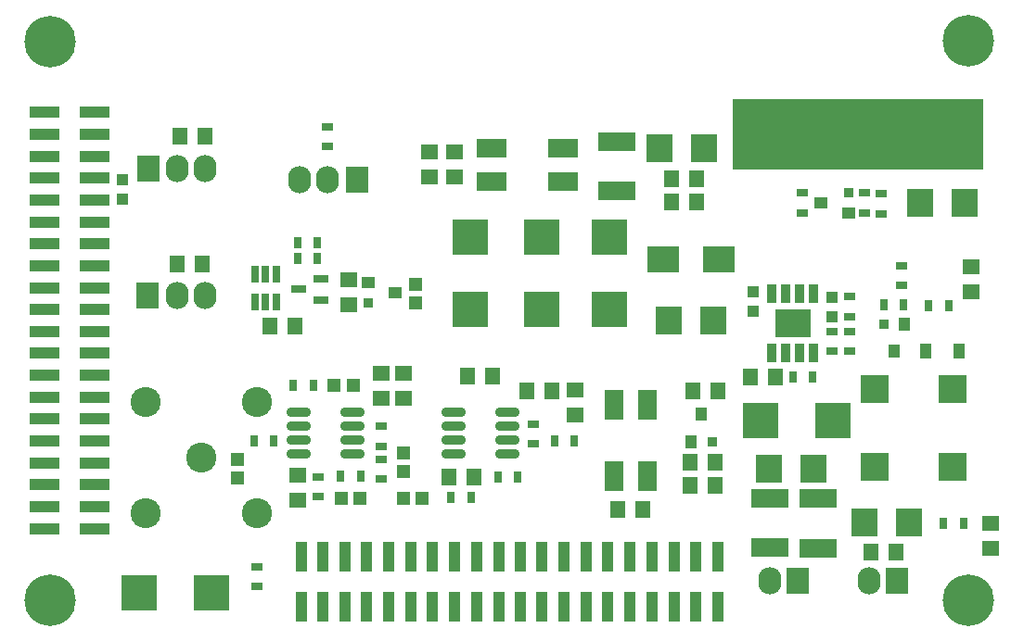
<source format=gts>
G04*
G04 #@! TF.GenerationSoftware,Altium Limited,Altium Designer,20.2.7 (254)*
G04*
G04 Layer_Color=8388736*
%FSLAX25Y25*%
%MOIN*%
G70*
G04*
G04 #@! TF.SameCoordinates,2A94134D-DB51-4003-A73D-B3C5D03A2459*
G04*
G04*
G04 #@! TF.FilePolarity,Negative*
G04*
G01*
G75*
%ADD21R,0.10642X0.06706*%
%ADD22R,0.04343X0.03162*%
%ADD23R,0.03359X0.06804*%
%ADD24R,0.13005X0.10249*%
%ADD25R,0.03162X0.04343*%
%ADD26R,0.12611X0.12611*%
%ADD27R,0.05800X0.06300*%
%ADD28R,0.03950X0.04343*%
%ADD29R,0.04343X0.04540*%
%ADD30R,0.03543X0.03740*%
%ADD31R,0.04343X0.05524*%
%ADD32R,0.04343X0.05524*%
%ADD33R,0.05721X0.03162*%
%ADD34R,0.10642X0.04147*%
%ADD35R,0.04147X0.10642*%
%ADD36R,0.09855X0.09855*%
%ADD37R,0.12611X0.12611*%
%ADD38R,0.09800X0.09855*%
%ADD39R,0.11430X0.09461*%
%ADD40R,0.13792X0.06706*%
%ADD41R,0.06300X0.05800*%
%ADD42R,0.05118X0.04724*%
%ADD43R,0.03162X0.06312*%
%ADD44R,0.04724X0.05118*%
%ADD45R,0.04540X0.04343*%
%ADD46R,0.03740X0.03543*%
%ADD47R,0.06706X0.10642*%
G04:AMPARAMS|DCode=48|XSize=85.17mil|YSize=30.44mil|CornerRadius=9.5mil|HoleSize=0mil|Usage=FLASHONLY|Rotation=0.000|XOffset=0mil|YOffset=0mil|HoleType=Round|Shape=RoundedRectangle|*
%AMROUNDEDRECTD48*
21,1,0.08517,0.01145,0,0,0.0*
21,1,0.06617,0.03044,0,0,0.0*
1,1,0.01900,0.03309,-0.00572*
1,1,0.01900,-0.03309,-0.00572*
1,1,0.01900,-0.03309,0.00572*
1,1,0.01900,0.03309,0.00572*
%
%ADD48ROUNDEDRECTD48*%
%ADD49C,0.18517*%
%ADD50O,0.08300X0.09800*%
%ADD51R,0.08300X0.09800*%
%ADD52C,0.10839*%
G36*
X464055Y382284D02*
Y356890D01*
X554252D01*
Y382323D01*
X464055Y382284D01*
D02*
G37*
D21*
X402992Y352677D02*
D03*
X402992Y364488D02*
D03*
X377402D02*
D03*
Y352677D02*
D03*
D22*
X293110Y214078D02*
D03*
X293110Y206929D02*
D03*
X489292Y341272D02*
D03*
X489291Y348422D02*
D03*
X524921Y322350D02*
D03*
X524921Y315200D02*
D03*
X499898Y291419D02*
D03*
X499897Y298568D02*
D03*
X337953Y257414D02*
D03*
X337953Y264563D02*
D03*
X506236Y298647D02*
D03*
X506237Y291498D02*
D03*
X506275Y311206D02*
D03*
X506276Y304057D02*
D03*
X517480Y348216D02*
D03*
X517480Y341067D02*
D03*
X511535Y348491D02*
D03*
X511535Y341342D02*
D03*
X392441Y258123D02*
D03*
X392441Y265272D02*
D03*
X337953Y245524D02*
D03*
X337953Y252674D02*
D03*
X315039Y246335D02*
D03*
X315040Y239186D02*
D03*
X318386Y365249D02*
D03*
X318386Y372398D02*
D03*
D23*
X478146Y290769D02*
D03*
X483146Y290769D02*
D03*
X488145D02*
D03*
X493146Y290769D02*
D03*
X493146Y312123D02*
D03*
X488145D02*
D03*
X483146D02*
D03*
X478146D02*
D03*
D24*
X485645Y301446D02*
D03*
D25*
X492956Y282313D02*
D03*
X485807Y282312D02*
D03*
X525460Y308189D02*
D03*
X518311Y308189D02*
D03*
X323241Y246496D02*
D03*
X330390Y246496D02*
D03*
X369996Y239016D02*
D03*
X362847Y239015D02*
D03*
X307808Y324842D02*
D03*
X314957Y324843D02*
D03*
X307808Y330669D02*
D03*
X314957Y330669D02*
D03*
X534540Y308070D02*
D03*
X541689Y308071D02*
D03*
X539855Y229724D02*
D03*
X547004Y229724D02*
D03*
X407232Y259410D02*
D03*
X400082Y259409D02*
D03*
X386877Y246300D02*
D03*
X379728Y246299D02*
D03*
X299209Y259409D02*
D03*
X292060Y259409D02*
D03*
X313425Y279370D02*
D03*
X306276Y279370D02*
D03*
D26*
X419735Y306590D02*
D03*
Y332575D02*
D03*
X395315Y332638D02*
D03*
Y306653D02*
D03*
X369921Y306653D02*
D03*
Y332638D02*
D03*
D27*
X441996Y345236D02*
D03*
X450996D02*
D03*
X479464Y282312D02*
D03*
X470464D02*
D03*
X513954Y219394D02*
D03*
X522954D02*
D03*
X297783Y300433D02*
D03*
X306784D02*
D03*
X442063Y353622D02*
D03*
X451063D02*
D03*
X448728Y251535D02*
D03*
X457728Y251535D02*
D03*
X448807Y243386D02*
D03*
X457807Y243386D02*
D03*
X431665Y234528D02*
D03*
X422665D02*
D03*
X399264Y277305D02*
D03*
X390264D02*
D03*
X368886Y282559D02*
D03*
X377886D02*
D03*
X362075Y246181D02*
D03*
X371075D02*
D03*
X273386Y322874D02*
D03*
X264386Y322874D02*
D03*
X265449Y368779D02*
D03*
X274449Y368779D02*
D03*
X458949Y277087D02*
D03*
X449949D02*
D03*
D28*
X499858Y311013D02*
D03*
X499858Y303926D02*
D03*
X471315Y305934D02*
D03*
Y313021D02*
D03*
X244803Y346299D02*
D03*
Y353386D02*
D03*
D29*
X525787Y301339D02*
D03*
X522047Y291496D02*
D03*
X449173Y258937D02*
D03*
X452913Y268779D02*
D03*
D30*
X518307Y301339D02*
D03*
X456653Y258937D02*
D03*
D31*
X545449Y291693D02*
D03*
D32*
X533449D02*
D03*
D33*
X316260Y310039D02*
D03*
Y317520D02*
D03*
X307992Y313779D02*
D03*
D34*
X216772Y377441D02*
D03*
X216772Y369567D02*
D03*
X216772Y361693D02*
D03*
Y353819D02*
D03*
X216772Y345945D02*
D03*
Y338071D02*
D03*
X216772Y330197D02*
D03*
X216772Y322323D02*
D03*
X216772Y314292D02*
D03*
X216772Y306418D02*
D03*
X216772Y298701D02*
D03*
Y290827D02*
D03*
X216772Y282796D02*
D03*
X216772Y274922D02*
D03*
X216772Y267205D02*
D03*
Y259331D02*
D03*
Y251300D02*
D03*
X216772Y243426D02*
D03*
Y235551D02*
D03*
X216772Y227677D02*
D03*
X234764D02*
D03*
X234764Y235551D02*
D03*
Y243426D02*
D03*
X234764Y251300D02*
D03*
Y259331D02*
D03*
Y267205D02*
D03*
X234764Y274922D02*
D03*
X234764Y282796D02*
D03*
X234764Y290827D02*
D03*
Y298701D02*
D03*
X234764Y306418D02*
D03*
X234764Y314292D02*
D03*
X234764Y322323D02*
D03*
X234764Y330197D02*
D03*
X234764Y338071D02*
D03*
Y345945D02*
D03*
X234764Y353819D02*
D03*
Y361693D02*
D03*
X234764Y369567D02*
D03*
X234764Y377441D02*
D03*
D35*
X308969Y199717D02*
D03*
X316843Y199717D02*
D03*
X324717D02*
D03*
X332591D02*
D03*
X340465D02*
D03*
X348339Y199717D02*
D03*
X356213D02*
D03*
X364087Y199717D02*
D03*
X372118D02*
D03*
X379992D02*
D03*
X387709D02*
D03*
X395583D02*
D03*
X403614D02*
D03*
X411488Y199717D02*
D03*
X419205D02*
D03*
X427079Y199717D02*
D03*
X435110D02*
D03*
X442984D02*
D03*
X450859D02*
D03*
X458733Y199717D02*
D03*
Y217709D02*
D03*
X450859Y217709D02*
D03*
X442984D02*
D03*
X435110D02*
D03*
X427079D02*
D03*
X419205Y217709D02*
D03*
X411488D02*
D03*
X403614Y217709D02*
D03*
X395583D02*
D03*
X387709D02*
D03*
X379992D02*
D03*
X372118D02*
D03*
X364087D02*
D03*
X356213Y217709D02*
D03*
X348339D02*
D03*
X340465Y217709D02*
D03*
X332591D02*
D03*
X324717D02*
D03*
X316843D02*
D03*
X308969Y217709D02*
D03*
D36*
X515158Y249803D02*
D03*
Y277756D02*
D03*
X543110D02*
D03*
Y249803D02*
D03*
D37*
X500015Y266603D02*
D03*
X474031D02*
D03*
X250787Y204724D02*
D03*
X276772D02*
D03*
D38*
X440987Y302732D02*
D03*
X456987D02*
D03*
X477236Y249213D02*
D03*
X493236D02*
D03*
X511399Y229827D02*
D03*
X527399D02*
D03*
X453905Y364488D02*
D03*
X437906D02*
D03*
X547409Y344803D02*
D03*
X531410D02*
D03*
D39*
X439184Y324583D02*
D03*
X459263Y324583D02*
D03*
D40*
X477312Y238708D02*
D03*
X477312Y220851D02*
D03*
X494753Y220631D02*
D03*
X494753Y238488D02*
D03*
X422520Y349134D02*
D03*
X422520Y366991D02*
D03*
D41*
X364094Y354122D02*
D03*
X364094Y363122D02*
D03*
X326063Y317335D02*
D03*
Y308335D02*
D03*
X549803Y321772D02*
D03*
Y312772D02*
D03*
X556890Y220630D02*
D03*
Y229630D02*
D03*
X407480Y268583D02*
D03*
X407480Y277583D02*
D03*
X307913Y238020D02*
D03*
Y247020D02*
D03*
X345748Y274476D02*
D03*
Y283476D02*
D03*
X337677Y274555D02*
D03*
Y283555D02*
D03*
X355197Y363083D02*
D03*
Y354083D02*
D03*
D42*
X345630Y238701D02*
D03*
X352323D02*
D03*
X330039Y238701D02*
D03*
X323346D02*
D03*
X320945Y279370D02*
D03*
X327638D02*
D03*
D43*
X292520Y309291D02*
D03*
X296260Y309291D02*
D03*
X300000D02*
D03*
X300000Y319134D02*
D03*
X296260Y319134D02*
D03*
X292520Y319134D02*
D03*
D44*
X350236Y315669D02*
D03*
Y308976D02*
D03*
X345709Y254961D02*
D03*
Y248268D02*
D03*
X286024Y252638D02*
D03*
Y245945D02*
D03*
D45*
X332992Y316378D02*
D03*
X342835Y312638D02*
D03*
X505709Y341260D02*
D03*
X495866Y345000D02*
D03*
D46*
X332992Y308898D02*
D03*
X505709Y348740D02*
D03*
D47*
X421535Y272284D02*
D03*
X433347Y272284D02*
D03*
Y246693D02*
D03*
X421535D02*
D03*
D48*
X383189Y269508D02*
D03*
Y264508D02*
D03*
X383189Y259508D02*
D03*
Y254508D02*
D03*
X363740Y254508D02*
D03*
Y259508D02*
D03*
Y264508D02*
D03*
X363740Y269508D02*
D03*
X327520Y269508D02*
D03*
X327520Y264508D02*
D03*
Y259508D02*
D03*
X327520Y254508D02*
D03*
X308071D02*
D03*
Y259508D02*
D03*
Y264508D02*
D03*
Y269508D02*
D03*
D49*
X218819Y403063D02*
D03*
X548740Y403142D02*
D03*
X548779Y202040D02*
D03*
X218858Y202000D02*
D03*
D50*
X477312Y208803D02*
D03*
X513092Y208803D02*
D03*
X308465Y353307D02*
D03*
X318465D02*
D03*
X274528Y357402D02*
D03*
X264528D02*
D03*
X274327Y311496D02*
D03*
X264327Y311496D02*
D03*
D51*
X487312Y208803D02*
D03*
X523092Y208803D02*
D03*
X328965Y353307D02*
D03*
X254028Y357402D02*
D03*
X253827Y311496D02*
D03*
D52*
X253110Y273150D02*
D03*
Y233150D02*
D03*
X293110D02*
D03*
Y273150D02*
D03*
X273110Y253150D02*
D03*
M02*

</source>
